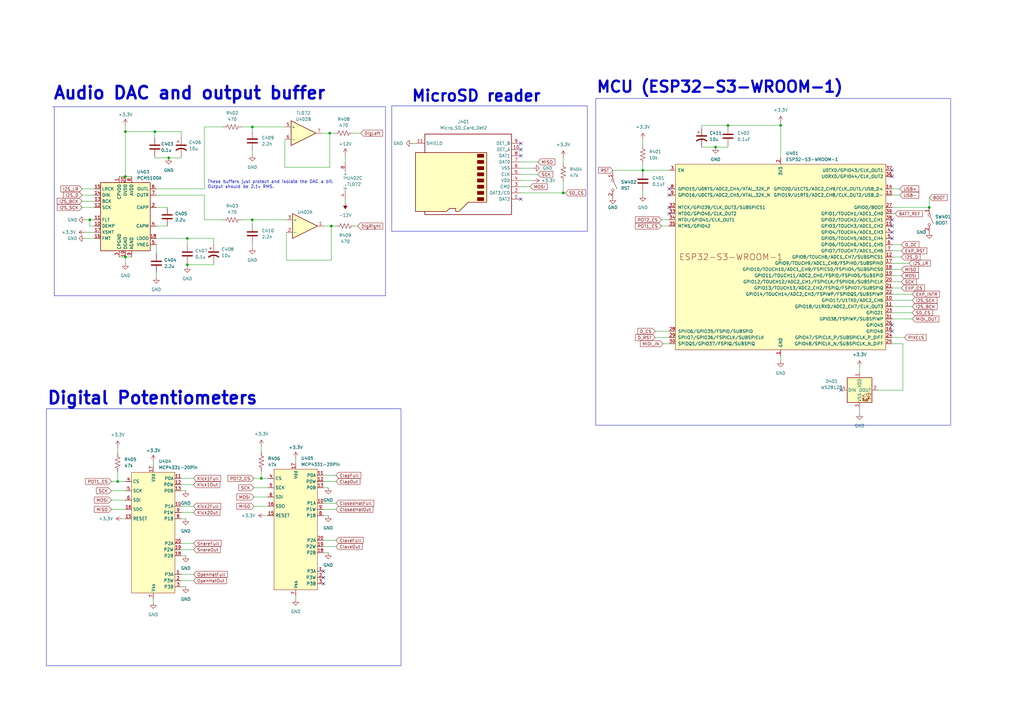
<source format=kicad_sch>
(kicad_sch (version 20230121) (generator eeschema)
  (paper "A3")
  (title_block (title "MCU, Audio DAC, and digital pots") (rev "1"))
  (junction (at 76.835 108.585))
  (junction (at 135.255 54.61))
  (junction (at 51.435 105.41))
  (junction (at 298.577 51.435))
  (junction (at 51.435 72.39))
  (junction (at 263.652 69.85))
  (junction (at 320.167 51.435))
  (junction (at 69.215 64.77))
  (junction (at 36.83 90.17))
  (junction (at 103.505 52.07))
  (junction (at 51.435 53.975))
  (junction (at 107.188 196.215))
  (junction (at 48.26 197.485))
  (junction (at 135.89 92.71))
  (junction (at 381.127 85.09))
  (junction (at 231.013 79.121))
  (junction (at 103.505 90.17))
  (junction (at 63.5 53.975))
  (junction (at 76.835 97.79))
  (junction (at 293.497 60.325))
  (no_connect (at 213.614 81.661))
  (no_connect (at 132.715 236.855))
  (no_connect (at 274.447 85.09))
  (no_connect (at 365.887 92.71))
  (no_connect (at 365.887 97.79))
  (no_connect (at 365.887 90.17))
  (no_connect (at 365.887 135.89))
  (no_connect (at 274.447 80.01))
  (no_connect (at 132.715 234.315))
  (no_connect (at 365.887 69.85))
  (no_connect (at 365.887 72.39))
  (no_connect (at 213.614 58.801))
  (no_connect (at 365.887 95.25))
  (no_connect (at 365.887 133.35))
  (no_connect (at 274.447 77.47))
  (no_connect (at 213.614 61.341))
  (no_connect (at 274.447 87.63))
  (no_connect (at 132.715 239.395))
  (no_connect (at 344.932 160.02))
  (no_connect (at 213.614 63.881))
  (wire (pts (xy 213.614 66.421) (xy 220.599 66.421)))
  (wire (pts (xy 76.835 107.95) (xy 76.835 108.585)))
  (wire (pts (xy 64.135 111.76) (xy 64.135 113.665)))
  (wire (pts (xy 69.215 64.77) (xy 63.5 64.77)))
  (polyline (pts (xy 158.115 121.285) (xy 158.115 43.815)) (stroke (width 0) (type solid)))
  (wire (pts (xy 83.82 52.07) (xy 91.44 52.07)))
  (wire (pts (xy 104.14 200.025) (xy 109.855 200.025)))
  (wire (pts (xy 76.835 97.79) (xy 87.63 97.79)))
  (wire (pts (xy 45.72 208.915) (xy 51.435 208.915)))
  (wire (pts (xy 365.887 77.47) (xy 369.062 77.47)))
  (wire (pts (xy 107.188 196.215) (xy 109.855 196.215)))
  (wire (pts (xy 45.72 197.485) (xy 48.26 197.485)))
  (wire (pts (xy 135.255 54.61) (xy 137.16 54.61)))
  (wire (pts (xy 74.295 64.135) (xy 74.295 64.77)))
  (wire (pts (xy 231.013 79.121) (xy 231.902 79.121)))
  (wire (pts (xy 365.887 102.87) (xy 369.697 102.87)))
  (wire (pts (xy 298.577 51.435) (xy 320.167 51.435)))
  (wire (pts (xy 33.655 77.47) (xy 38.735 77.47)))
  (wire (pts (xy 34.925 95.25) (xy 38.735 95.25)))
  (wire (pts (xy 132.715 200.025) (xy 134.62 200.025)))
  (wire (pts (xy 36.83 90.17) (xy 38.735 90.17)))
  (wire (pts (xy 74.295 210.185) (xy 79.375 210.185)))
  (wire (pts (xy 108.585 211.455) (xy 109.855 211.455)))
  (wire (pts (xy 33.655 82.55) (xy 38.735 82.55)))
  (wire (pts (xy 48.26 193.548) (xy 48.26 197.485)))
  (wire (pts (xy 287.782 52.705) (xy 287.782 51.435)))
  (wire (pts (xy 132.715 206.375) (xy 137.795 206.375)))
  (wire (pts (xy 103.505 61.595) (xy 103.505 63.5)))
  (wire (pts (xy 132.715 194.945) (xy 137.795 194.945)))
  (wire (pts (xy 251.333 70.866) (xy 251.333 69.85)))
  (wire (pts (xy 34.925 90.17) (xy 36.83 90.17)))
  (wire (pts (xy 76.835 97.79) (xy 76.835 100.33)))
  (wire (pts (xy 320.167 51.435) (xy 320.167 64.77)))
  (wire (pts (xy 74.295 64.77) (xy 69.215 64.77)))
  (wire (pts (xy 62.865 189.23) (xy 62.865 191.135)))
  (wire (pts (xy 365.887 107.95) (xy 372.872 107.95)))
  (wire (pts (xy 74.295 222.885) (xy 79.375 222.885)))
  (wire (pts (xy 64.135 97.79) (xy 76.835 97.79)))
  (wire (pts (xy 135.89 92.71) (xy 132.715 92.71)))
  (wire (pts (xy 121.285 187.96) (xy 121.285 189.865)))
  (wire (pts (xy 83.82 80.01) (xy 83.82 90.17)))
  (wire (pts (xy 213.614 74.041) (xy 218.694 74.041)))
  (wire (pts (xy 51.435 72.39) (xy 53.975 72.39)))
  (wire (pts (xy 365.887 138.43) (xy 370.967 138.43)))
  (wire (pts (xy 116.84 57.15) (xy 116.84 68.58)))
  (wire (pts (xy 370.332 140.97) (xy 365.887 140.97)))
  (wire (pts (xy 103.505 52.07) (xy 116.84 52.07)))
  (wire (pts (xy 365.887 118.11) (xy 369.697 118.11)))
  (wire (pts (xy 74.295 227.965) (xy 76.2 227.965)))
  (wire (pts (xy 117.475 95.25) (xy 117.475 106.68)))
  (wire (pts (xy 83.82 77.47) (xy 64.135 77.47)))
  (wire (pts (xy 213.614 76.581) (xy 217.424 76.581)))
  (wire (pts (xy 45.72 201.295) (xy 51.435 201.295)))
  (wire (pts (xy 74.295 198.755) (xy 79.375 198.755)))
  (wire (pts (xy 365.887 105.41) (xy 369.697 105.41)))
  (wire (pts (xy 213.614 68.961) (xy 218.694 68.961)))
  (wire (pts (xy 370.332 160.02) (xy 370.332 140.97)))
  (wire (pts (xy 263.652 67.31) (xy 263.652 69.85)))
  (wire (pts (xy 251.333 69.85) (xy 263.652 69.85)))
  (wire (pts (xy 263.652 57.15) (xy 263.652 59.69)))
  (wire (pts (xy 141.605 63.5) (xy 141.605 66.675)))
  (wire (pts (xy 34.925 97.79) (xy 38.735 97.79)))
  (wire (pts (xy 76.835 108.585) (xy 76.835 109.22)))
  (wire (pts (xy 74.295 212.725) (xy 76.2 212.725)))
  (wire (pts (xy 145.415 92.71) (xy 146.685 92.71)))
  (wire (pts (xy 213.614 79.121) (xy 231.013 79.121)))
  (wire (pts (xy 50.165 212.725) (xy 51.435 212.725)))
  (wire (pts (xy 365.887 130.81) (xy 374.142 130.81)))
  (wire (pts (xy 63.5 64.135) (xy 63.5 64.77)))
  (wire (pts (xy 263.652 69.85) (xy 263.652 70.485)))
  (polyline (pts (xy 21.59 43.815) (xy 158.115 43.815)) (stroke (width 0) (type solid)))
  (wire (pts (xy 51.435 105.41) (xy 53.975 105.41)))
  (wire (pts (xy 51.435 51.435) (xy 51.435 53.975)))
  (wire (pts (xy 104.14 203.835) (xy 109.855 203.835)))
  (wire (pts (xy 83.82 90.17) (xy 91.44 90.17)))
  (wire (pts (xy 365.887 87.63) (xy 367.157 87.63)))
  (wire (pts (xy 263.652 78.105) (xy 263.652 80.01)))
  (wire (pts (xy 352.552 150.495) (xy 352.552 152.4)))
  (wire (pts (xy 64.135 100.33) (xy 64.135 104.14)))
  (wire (pts (xy 117.475 106.68) (xy 135.89 106.68)))
  (wire (pts (xy 271.272 92.71) (xy 274.447 92.71)))
  (wire (pts (xy 360.172 160.02) (xy 370.332 160.02)))
  (wire (pts (xy 132.715 224.155) (xy 137.795 224.155)))
  (wire (pts (xy 144.78 54.61) (xy 147.955 54.61)))
  (wire (pts (xy 135.255 68.58) (xy 135.255 54.61)))
  (wire (pts (xy 51.435 53.975) (xy 51.435 72.39)))
  (wire (pts (xy 365.887 100.33) (xy 369.697 100.33)))
  (wire (pts (xy 365.887 113.03) (xy 369.697 113.03)))
  (wire (pts (xy 74.295 238.125) (xy 79.375 238.125)))
  (wire (pts (xy 103.505 99.695) (xy 103.505 101.6)))
  (wire (pts (xy 213.614 71.501) (xy 220.599 71.501)))
  (wire (pts (xy 298.577 59.69) (xy 298.577 60.325)))
  (wire (pts (xy 135.255 54.61) (xy 132.08 54.61)))
  (wire (pts (xy 48.895 72.39) (xy 51.435 72.39)))
  (wire (pts (xy 320.167 146.05) (xy 320.167 147.955)))
  (wire (pts (xy 62.865 245.745) (xy 62.865 247.015)))
  (wire (pts (xy 271.272 90.17) (xy 274.447 90.17)))
  (wire (pts (xy 87.63 107.95) (xy 87.63 108.585)))
  (wire (pts (xy 263.652 69.85) (xy 274.447 69.85)))
  (wire (pts (xy 132.715 197.485) (xy 137.795 197.485)))
  (wire (pts (xy 132.715 208.915) (xy 137.795 208.915)))
  (wire (pts (xy 298.577 51.435) (xy 298.577 52.07)))
  (wire (pts (xy 169.164 58.801) (xy 170.434 58.801)))
  (wire (pts (xy 74.295 207.645) (xy 79.375 207.645)))
  (wire (pts (xy 51.435 53.975) (xy 63.5 53.975)))
  (wire (pts (xy 87.63 108.585) (xy 76.835 108.585)))
  (wire (pts (xy 74.295 53.975) (xy 74.295 56.515)))
  (wire (pts (xy 365.887 115.57) (xy 369.697 115.57)))
  (wire (pts (xy 99.06 52.07) (xy 103.505 52.07)))
  (wire (pts (xy 287.782 51.435) (xy 298.577 51.435)))
  (wire (pts (xy 104.14 196.215) (xy 107.188 196.215)))
  (wire (pts (xy 83.82 77.47) (xy 83.82 52.07)))
  (wire (pts (xy 33.655 80.01) (xy 38.735 80.01)))
  (wire (pts (xy 132.715 226.695) (xy 134.62 226.695)))
  (wire (pts (xy 103.505 52.07) (xy 103.505 53.975)))
  (wire (pts (xy 365.887 85.09) (xy 381.127 85.09)))
  (wire (pts (xy 121.285 244.475) (xy 121.285 245.745)))
  (wire (pts (xy 63.5 53.975) (xy 74.295 53.975)))
  (wire (pts (xy 87.63 97.79) (xy 87.63 100.33)))
  (polyline (pts (xy 22.225 121.285) (xy 158.115 121.285)) (stroke (width 0) (type solid)))
  (wire (pts (xy 48.26 197.485) (xy 51.435 197.485)))
  (wire (pts (xy 64.135 80.01) (xy 83.82 80.01)))
  (wire (pts (xy 103.505 90.17) (xy 103.505 92.075)))
  (wire (pts (xy 365.887 128.27) (xy 374.142 128.27)))
  (wire (pts (xy 135.89 92.71) (xy 137.795 92.71)))
  (wire (pts (xy 293.497 60.325) (xy 298.577 60.325)))
  (wire (pts (xy 51.435 105.41) (xy 51.435 107.95)))
  (wire (pts (xy 74.295 201.295) (xy 76.2 201.295)))
  (wire (pts (xy 103.505 90.17) (xy 117.475 90.17)))
  (wire (pts (xy 74.295 225.425) (xy 79.375 225.425)))
  (wire (pts (xy 132.715 211.455) (xy 134.62 211.455)))
  (wire (pts (xy 365.887 120.65) (xy 374.142 120.65)))
  (wire (pts (xy 63.5 53.975) (xy 63.5 56.515)))
  (wire (pts (xy 74.295 235.585) (xy 79.375 235.585)))
  (wire (pts (xy 132.715 221.615) (xy 137.795 221.615)))
  (wire (pts (xy 231.013 74.549) (xy 231.013 79.121)))
  (wire (pts (xy 135.89 106.68) (xy 135.89 92.71)))
  (wire (pts (xy 104.14 207.645) (xy 109.855 207.645)))
  (wire (pts (xy 107.188 193.167) (xy 107.188 196.215)))
  (wire (pts (xy 287.782 60.325) (xy 293.497 60.325)))
  (wire (pts (xy 381.127 81.026) (xy 381.127 85.09)))
  (wire (pts (xy 64.135 92.71) (xy 68.58 92.71)))
  (wire (pts (xy 231.013 64.389) (xy 231.013 66.929)))
  (wire (pts (xy 365.887 110.49) (xy 369.697 110.49)))
  (wire (pts (xy 64.135 85.09) (xy 68.58 85.09)))
  (wire (pts (xy 320.167 50.165) (xy 320.167 51.435)))
  (wire (pts (xy 365.887 125.73) (xy 374.142 125.73)))
  (wire (pts (xy 74.295 196.215) (xy 79.375 196.215)))
  (wire (pts (xy 48.895 105.41) (xy 51.435 105.41)))
  (wire (pts (xy 352.552 167.64) (xy 352.552 169.545)))
  (wire (pts (xy 116.84 68.58) (xy 135.255 68.58)))
  (wire (pts (xy 48.26 183.388) (xy 48.26 185.928)))
  (wire (pts (xy 141.605 81.915) (xy 141.605 83.185)))
  (polyline (pts (xy 22.225 43.815) (xy 22.225 121.285)) (stroke (width 0) (type solid)))
  (wire (pts (xy 99.06 90.17) (xy 103.505 90.17)))
  (wire (pts (xy 74.295 240.665) (xy 76.2 240.665)))
  (wire (pts (xy 365.887 123.19) (xy 374.142 123.19)))
  (wire (pts (xy 45.72 205.105) (xy 51.435 205.105)))
  (wire (pts (xy 268.732 135.89) (xy 274.447 135.89)))
  (wire (pts (xy 365.887 80.01) (xy 369.062 80.01)))
  (wire (pts (xy 33.655 85.09) (xy 38.735 85.09)))
  (wire (pts (xy 107.188 183.007) (xy 107.188 185.547)))
  (wire (pts (xy 38.735 92.71) (xy 36.83 92.71)))
  (wire (pts (xy 268.732 138.43) (xy 274.447 138.43)))
  (wire (pts (xy 36.83 92.71) (xy 36.83 90.17)))
  (wire (pts (xy 271.907 140.97) (xy 274.447 140.97)))
  (rectangle (start 160.655 43.434) (end 240.919 94.869))
  (rectangle (start 19.05 167.64) (end 164.465 273.05))
  (rectangle (start 244.348 40.386) (end 389.89 174.371))
  (text "These buffers just protect and isolate the DAC a bit.\nOutput should be 2.1v RMS." (at 85.09 77.47 0) (effects (font (size 1.27 1.27)) (justify left bottom)))
  (text "MCU (ESP32-S3-WROOM-1)" (at 244.348 38.481 0) (effects (font (size 4.572 4.572) (thickness 0.9144) bold) (justify left bottom)))
  (text "MicroSD reader" (at 168.529 42.164 0) (effects (font (size 4.572 4.572) (thickness 0.9144) bold) (justify left bottom)))
  (text "Digital Potentiometers" (at 19.05 166.37 0) (effects (font (size 5.08 5.08) (thickness 1.016) bold) (justify left bottom)))
  (text "Audio DAC and output buffer" (at 21.59 41.275 0) (effects (font (size 5.08 5.08) (thickness 1.016) bold) (justify left bottom)))
  (global_label "EXP_CS" (shape input) (at 369.697 118.11 0) (property "Intersheetrefs" "${INTERSHEET_REFS}" (effects hide)))
  (global_label "ClaveOut" (shape input) (at 137.795 224.155 0) (property "Intersheetrefs" "${INTERSHEET_REFS}" (effects hide)))
  (global_label "ClapFull" (shape input) (at 137.795 194.945 0) (property "Intersheetrefs" "${INTERSHEET_REFS}" (effects hide)))
  (global_label "POT1_CS" (shape input) (at 45.72 197.485 180) (property "Intersheetrefs" "${INTERSHEET_REFS}" (effects hide)))
  (global_label "MOSI" (shape input) (at 45.72 205.105 180) (property "Intersheetrefs" "${INTERSHEET_REFS}" (effects hide)))
  (global_label "D_CS" (shape input) (at 268.732 135.89 180) (property "Intersheetrefs" "${INTERSHEET_REFS}" (effects hide)))
  (global_label "I2S_D" (shape input) (at 33.655 80.01 180) (property "Intersheetrefs" "${INTERSHEET_REFS}" (effects hide)))
  (global_label "MISO" (shape input) (at 369.697 110.49 0) (property "Intersheetrefs" "${INTERSHEET_REFS}" (effects hide)))
  (global_label "SCK" (shape input) (at 104.14 200.025 180) (property "Intersheetrefs" "${INTERSHEET_REFS}" (effects hide)))
  (global_label "I2S_SCK" (shape input) (at 33.655 85.09 180) (property "Intersheetrefs" "${INTERSHEET_REFS}" (effects hide)))
  (global_label "D_RST" (shape input) (at 268.732 138.43 180) (property "Intersheetrefs" "${INTERSHEET_REFS}" (effects hide)))
  (global_label "D_DC" (shape input) (at 369.697 100.33 0) (property "Intersheetrefs" "${INTERSHEET_REFS}" (effects hide)))
  (global_label "ClosedHatOut" (shape input) (at 137.795 208.915 0) (property "Intersheetrefs" "${INTERSHEET_REFS}" (effects hide)))
  (global_label "I2S_SCK" (shape input) (at 374.142 123.19 0) (property "Intersheetrefs" "${INTERSHEET_REFS}" (effects hide)))
  (global_label "I2S_LR" (shape input) (at 372.872 107.95 0) (property "Intersheetrefs" "${INTERSHEET_REFS}" (effects hide)))
  (global_label "BATT_REF" (shape input) (at 367.157 87.63 0) (property "Intersheetrefs" "${INTERSHEET_REFS}" (effects hide)))
  (global_label "MOSI" (shape input) (at 217.424 76.581 0) (property "Intersheetrefs" "${INTERSHEET_REFS}" (effects hide)))
  (global_label "OpenHatFull" (shape input) (at 79.375 235.585 0) (property "Intersheetrefs" "${INTERSHEET_REFS}" (effects hide)))
  (global_label "OpenHatOut" (shape input) (at 79.375 238.125 0) (property "Intersheetrefs" "${INTERSHEET_REFS}" (effects hide)))
  (global_label "USB-" (shape input) (at 369.062 80.01 0) (property "Intersheetrefs" "${INTERSHEET_REFS}" (effects hide)))
  (global_label "DigRight" (shape input) (at 146.685 92.71 0) (property "Intersheetrefs" "${INTERSHEET_REFS}" (effects hide)))
  (global_label "MISO" (shape input) (at 45.72 208.915 180) (property "Intersheetrefs" "${INTERSHEET_REFS}" (effects hide)))
  (global_label "I2S_BCK" (shape input) (at 374.142 125.73 0) (property "Intersheetrefs" "${INTERSHEET_REFS}" (effects hide)))
  (global_label "USB+" (shape input) (at 369.062 77.47 0) (property "Intersheetrefs" "${INTERSHEET_REFS}" (effects hide)))
  (global_label "Kick2Out" (shape input) (at 79.375 210.185 0) (property "Intersheetrefs" "${INTERSHEET_REFS}" (effects hide)))
  (global_label "Kick1Out" (shape input) (at 79.375 198.755 0) (property "Intersheetrefs" "${INTERSHEET_REFS}" (effects hide)))
  (global_label "PIXELS" (shape input) (at 370.967 138.43 0) (property "Intersheetrefs" "${INTERSHEET_REFS}" (effects hide)))
  (global_label "POT2_CS" (shape input) (at 271.272 90.17 180) (property "Intersheetrefs" "${INTERSHEET_REFS}" (effects hide)))
  (global_label "SD_CS" (shape input) (at 374.142 128.27 0) (property "Intersheetrefs" "${INTERSHEET_REFS}" (effects hide)))
  (global_label "SD_CS" (shape input) (at 231.902 79.121 0) (property "Intersheetrefs" "${INTERSHEET_REFS}" (effects hide)))
  (global_label "ClosedHatFull" (shape input) (at 137.795 206.375 0) (property "Intersheetrefs" "${INTERSHEET_REFS}" (effects hide)))
  (global_label "ClapOut" (shape input) (at 137.795 197.485 0) (property "Intersheetrefs" "${INTERSHEET_REFS}" (effects hide)))
  (global_label "I2S_D" (shape input) (at 369.697 105.41 0) (property "Intersheetrefs" "${INTERSHEET_REFS}" (effects hide)))
  (global_label "MOSI" (shape input) (at 104.14 203.835 180) (property "Intersheetrefs" "${INTERSHEET_REFS}" (effects hide)))
  (global_label "MISO" (shape input) (at 104.14 207.645 180) (property "Intersheetrefs" "${INTERSHEET_REFS}" (effects hide)))
  (global_label "DigLeft" (shape input) (at 147.955 54.61 0) (property "Intersheetrefs" "${INTERSHEET_REFS}" (effects hide)))
  (global_label "I2S_LR" (shape input) (at 33.655 77.47 180) (property "Intersheetrefs" "${INTERSHEET_REFS}" (effects hide)))
  (global_label "MIDI_IN" (shape input) (at 271.907 140.97 180) (property "Intersheetrefs" "${INTERSHEET_REFS}" (effects hide)))
  (global_label "RST" (shape input) (at 251.333 69.85 180) (property "Intersheetrefs" "${INTERSHEET_REFS}" (effects hide)))
  (global_label "Kick1Full" (shape input) (at 79.375 196.215 0) (property "Intersheetrefs" "${INTERSHEET_REFS}" (effects hide)))
  (global_label "EXP_RST" (shape input) (at 369.697 102.87 0) (property "Intersheetrefs" "${INTERSHEET_REFS}" (effects hide)))
  (global_label "SCK" (shape input) (at 369.697 115.57 0) (property "Intersheetrefs" "${INTERSHEET_REFS}" (effects hide)))
  (global_label "MISO" (shape input) (at 220.599 66.421 0) (property "Intersheetrefs" "${INTERSHEET_REFS}" (effects hide)))
  (global_label "SnareOut" (shape input) (at 79.375 225.425 0) (property "Intersheetrefs" "${INTERSHEET_REFS}" (effects hide)))
  (global_label "POT1_CS" (shape input) (at 271.272 92.71 180) (property "Intersheetrefs" "${INTERSHEET_REFS}" (effects hide)))
  (global_label "POT2_CS" (shape input) (at 104.14 196.215 180) (property "Intersheetrefs" "${INTERSHEET_REFS}" (effects hide)))
  (global_label "EXP_INTR" (shape input) (at 374.142 120.65 0) (property "Intersheetrefs" "${INTERSHEET_REFS}" (effects hide)))
  (global_label "SnareFull" (shape input) (at 79.375 222.885 0) (property "Intersheetrefs" "${INTERSHEET_REFS}" (effects hide)))
  (global_label "MIDI_OUT" (shape input) (at 374.142 130.81 0) (property "Intersheetrefs" "${INTERSHEET_REFS}" (effects hide)))
  (global_label "I2S_BCK" (shape input) (at 33.655 82.55 180) (property "Intersheetrefs" "${INTERSHEET_REFS}" (effects hide)))
  (global_label "ClaveFull" (shape input) (at 137.795 221.615 0) (property "Intersheetrefs" "${INTERSHEET_REFS}" (effects hide)))
  (global_label "SCK" (shape input) (at 220.599 71.501 0) (property "Intersheetrefs" "${INTERSHEET_REFS}" (effects hide)))
  (global_label "SCK" (shape input) (at 45.72 201.295 180) (property "Intersheetrefs" "${INTERSHEET_REFS}" (effects hide)))
  (global_label "Kick2Full" (shape input) (at 79.375 207.645 0) (property "Intersheetrefs" "${INTERSHEET_REFS}" (effects hide)))
  (global_label "MOSI" (shape input) (at 369.697 113.03 0) (property "Intersheetrefs" "${INTERSHEET_REFS}" (effects hide)))
  (global_label "BOOT" (shape input) (at 381.127 81.026 0) (property "Intersheetrefs" "${INTERSHEET_REFS}" (effects hide)))
  (symbol (lib_id "Device:C") (at 298.577 55.88 0) (unit 1)
    (property "Reference" "C402" (at 302.387 54.61 0) (effects (justify left)))
    (property "Value" "0.1uF" (at 302.387 57.15 0) (effects (justify left)))
    (property "Footprint" "Capacitor_SMD:C_0805_2012Metric" (effects hide))
    (instances (project "ESP808_mk3" (path "" (reference "C402") (unit 1))) (project "Quadriscope" (path "" (reference "C118") (unit 1))))
  )
  (symbol (lib_id "power:GND") (at 134.62 200.025 0) (unit 1)
    (property "Reference" "#PWR0436" (effects hide))
    (property "Value" "GND" (at 134.62 205.105 0))
    (instances (project "ESP808_mk3" (path "" (reference "#PWR0436") (unit 1))) (project "DualDigitalVCO" (path "" (reference "#PWR0116") (unit 1)) (path "" (reference "#PWR0319") (unit 1))))
  )
  (symbol (lib_id "Device:R_US") (at 141.605 92.71 90) (unit 1)
    (property "Reference" "R409" (at 141.605 96.52 90))
    (property "Value" "470" (at 141.605 99.06 90))
    (property "Footprint" "PCM_Resistor_SMD_AKL:R_0805_2012Metric" (effects hide))
    (instances (project "ESP808_mk3" (path "" (reference "R409") (unit 1))) (project "DualDigitalVCO" (path "" (reference "R113") (unit 1)) (path "" (reference "R318") (unit 1))))
  )
  (symbol (lib_id "power:GND") (at 76.835 109.22 0) (unit 1)
    (property "Reference" "#PWR0421" (effects hide))
    (property "Value" "GND" (at 76.835 114.3 0))
    (instances (project "ESP808_mk3" (path "" (reference "#PWR0421") (unit 1))) (project "DualDigitalVCO" (path "" (reference "#PWR0117") (unit 1)) (path "" (reference "#PWR0322") (unit 1))))
  )
  (symbol (lib_id "Device:C") (at 76.835 104.14 0) (unit 1)
    (property "Reference" "C407" (at 80.01 102.87 0) (effects (justify left)))
    (property "Value" "0.1u" (at 80.01 105.41 0) (effects (justify left)))
    (property "Footprint" "Capacitor_SMD:C_0805_2012Metric" (effects hide))
    (instances (project "ESP808_mk3" (path "" (reference "C407") (unit 1))) (project "DualDigitalVCO" (path "" (reference "C103") (unit 1)) (path "" (reference "C309") (unit 1))))
  )
  (symbol (lib_id "power:GND") (at 320.167 147.955 0) (unit 1)
    (property "Reference" "#PWR0405" (effects hide))
    (property "Value" "GND" (at 320.167 153.035 0))
    (instances (project "ESP808_mk3" (path "" (reference "#PWR0405") (unit 1))) (project "Quadriscope" (path "" (reference "#PWR0109") (unit 1))))
  )
  (symbol (lib_id "power:GND") (at 69.215 64.77 0) (unit 1)
    (property "Reference" "#PWR0420" (effects hide))
    (property "Value" "GND" (at 69.215 69.85 0))
    (instances (project "ESP808_mk3" (path "" (reference "#PWR0420") (unit 1))) (project "DualDigitalVCO" (path "" (reference "#PWR0118") (unit 1)) (path "" (reference "#PWR0307") (unit 1))))
  )
  (symbol (lib_id "power:+3.3V") (at 34.925 95.25 90) (unit 1)
    (property "Reference" "#PWR0415" (effects hide))
    (property "Value" "+3.3V" (at 31.115 95.25 90) (effects (justify left)))
    (instances (project "ESP808_mk3" (path "" (reference "#PWR0415") (unit 1))) (project "DualDigitalVCO" (path "" (reference "#PWR0112") (unit 1)) (path "" (reference "#PWR0309") (unit 1))))
  )
  (symbol (lib_id "power:GND") (at 51.435 107.95 0) (unit 1)
    (property "Reference" "#PWR0418" (effects hide))
    (property "Value" "GND" (at 51.435 113.03 0))
    (instances (project "ESP808_mk3" (path "" (reference "#PWR0418") (unit 1))) (project "DualDigitalVCO" (path "" (reference "#PWR0115") (unit 1)) (path "" (reference "#PWR0318") (unit 1))))
  )
  (symbol (lib_id "power:+3.3V") (at 320.167 50.165 0) (unit 1)
    (property "Reference" "#PWR0404" (effects hide))
    (property "Value" "+3.3V" (at 320.167 45.085 0))
    (instances (project "ESP808_mk3" (path "" (reference "#PWR0404") (unit 1))) (project "Quadriscope" (path "" (reference "#PWR0160") (unit 1))))
  )
  (symbol (lib_id "power:GND") (at 76.2 240.665 0) (unit 1)
    (property "Reference" "#PWR0432" (effects hide))
    (property "Value" "GND" (at 76.2 245.745 0))
    (instances (project "ESP808_mk3" (path "" (reference "#PWR0432") (unit 1))) (project "DualDigitalVCO" (path "" (reference "#PWR0116") (unit 1)) (path "" (reference "#PWR0319") (unit 1))))
  )
  (symbol (lib_id "Device:R_US") (at 107.188 189.357 0) (unit 1)
    (property "Reference" "R406" (at 109.855 188.087 0) (effects (justify left)))
    (property "Value" "47k" (at 109.855 190.627 0) (effects (justify left)))
    (property "Footprint" "PCM_Resistor_SMD_AKL:R_0805_2012Metric" (effects hide))
    (instances (project "ESP808_mk3" (path "" (reference "R406") (unit 1))) (project "Quadriscope" (path "" (reference "R123") (unit 1))))
  )
  (symbol (lib_id "Device:C") (at 63.5 60.325 0) (unit 1)
    (property "Reference" "C403" (at 66.04 59.055 0) (effects (justify left)))
    (property "Value" "0.1u" (at 66.04 61.595 0) (effects (justify left)))
    (property "Footprint" "Capacitor_SMD:C_0805_2012Metric" (effects hide))
    (instances (project "ESP808_mk3" (path "" (reference "C403") (unit 1))) (project "DualDigitalVCO" (path "" (reference "C105") (unit 1)) (path "" (reference "C304") (unit 1))))
  )
  (symbol (lib_id "power:GND") (at 251.333 81.026 0) (unit 1)
    (property "Reference" "#PWR0424" (effects hide))
    (property "Value" "GND" (at 251.333 85.09 0))
    (instances (project "ESP808_mk3" (path "" (reference "#PWR0424") (unit 1))) (project "Quadriscope" (path "" (reference "#PWR0163") (unit 1))))
  )
  (symbol (lib_id "Device:C") (at 68.58 88.9 0) (unit 1)
    (property "Reference" "C405" (at 71.755 87.63 0) (effects (justify left)))
    (property "Value" "2.2u" (at 71.755 90.17 0) (effects (justify left)))
    (property "Footprint" "Capacitor_SMD:C_0805_2012Metric" (effects hide))
    (instances (project "ESP808_mk3" (path "" (reference "C405") (unit 1))) (project "DualDigitalVCO" (path "" (reference "C102") (unit 1)) (path "" (reference "C308") (unit 1))))
  )
  (symbol (lib_id "Device:C") (at 64.135 107.95 0) (unit 1)
    (property "Reference" "C404" (at 67.31 106.68 0) (effects (justify left)))
    (property "Value" "2.2u" (at 67.31 109.22 0) (effects (justify left)))
    (property "Footprint" "Capacitor_SMD:C_0805_2012Metric" (effects hide))
    (instances (project "ESP808_mk3" (path "" (reference "C404") (unit 1))) (project "DualDigitalVCO" (path "" (reference "C101") (unit 1)) (path "" (reference "C307") (unit 1))))
  )
  (symbol (lib_id "power:GND") (at 352.552 169.545 0) (unit 1)
    (property "Reference" "#PWR0407" (effects hide))
    (property "Value" "GND" (at 352.552 174.625 0))
    (instances (project "ESP808_mk3" (path "" (reference "#PWR0407") (unit 1))) (project "Quadriscope" (path "" (reference "#PWR0167") (unit 1))))
  )
  (symbol (lib_id "power:+3.3V") (at 108.585 211.455 90) (unit 1)
    (property "Reference" "#PWR0433" (effects hide))
    (property "Value" "+3.3V" (at 104.775 211.455 90) (effects (justify left)))
    (instances (project "ESP808_mk3" (path "" (reference "#PWR0433") (unit 1))) (project "DualDigitalVCO" (path "" (reference "#PWR0111") (unit 1)) (path "" (reference "#PWR0317") (unit 1))))
  )
  (symbol (lib_id "Switch:SW_SPST") (at 381.127 90.17 270) (unit 1)
    (property "Reference" "SW401" (at 383.54 88.9 90) (effects (justify left)))
    (property "Value" "BOOT" (at 383.54 91.44 90) (effects (justify left)))
    (property "Footprint" "Button_Switch_SMD:SW_SPST_B3U-1000P" (effects hide))
    (instances (project "ESP808_mk3" (path "" (reference "SW401") (unit 1))) (project "Quadriscope" (path "" (reference "SW107") (unit 1))))
  )
  (symbol (lib_id "power:+3.3V") (at 62.865 189.23 0) (unit 1)
    (property "Reference" "#PWR0426" (effects hide))
    (property "Value" "+3.3V" (at 62.865 184.785 0))
    (instances (project "ESP808_mk3" (path "" (reference "#PWR0426") (unit 1))) (project "DualDigitalVCO" (path "" (reference "#PWR0111") (unit 1)) (path "" (reference "#PWR0317") (unit 1))))
  )
  (symbol (lib_id "power:+3.3V") (at 263.652 57.15 0) (unit 1)
    (property "Reference" "#PWR0401" (effects hide))
    (property "Value" "+3.3V" (at 263.652 52.07 0))
    (instances (project "ESP808_mk3" (path "" (reference "#PWR0401") (unit 1))) (project "Quadriscope" (path "" (reference "#PWR0164") (unit 1))))
  )
  (symbol (lib_id "power:GND") (at 76.2 227.965 0) (unit 1)
    (property "Reference" "#PWR0431" (effects hide))
    (property "Value" "GND" (at 76.2 233.045 0))
    (instances (project "ESP808_mk3" (path "" (reference "#PWR0431") (unit 1))) (project "DualDigitalVCO" (path "" (reference "#PWR0116") (unit 1)) (path "" (reference "#PWR0319") (unit 1))))
  )
  (symbol (lib_id "Amplifier_Operational:TL072") (at 139.065 74.295 0) (mirror y) (unit 3)
    (property "Reference" "U402" (at 142.24 73.025 0) (effects (justify right)))
    (property "Value" "TL072" (at 142.24 75.565 0) (effects (justify right)))
    (property "Footprint" "Package_SO:SOIC-8_3.9x4.9mm_P1.27mm" (effects hide))
    (property "Datasheet" "http://www.ti.com/lit/ds/symlink/tl071.pdf" (effects hide))
    (instances (project "ESP808_mk3" (path "" (reference "U402") (unit 3))) (project "DualDigitalVCO" (path "" (reference "U103") (unit 3)) (path "" (reference "U301") (unit 3))))
  )
  (symbol (lib_id "power:GND") (at 34.925 97.79 270) (unit 1)
    (property "Reference" "#PWR0416" (effects hide))
    (property "Value" "GND" (at 31.75 97.79 90) (effects (justify right)))
    (instances (project "ESP808_mk3" (path "" (reference "#PWR0416") (unit 1))) (project "DualDigitalVCO" (path "" (reference "#PWR0113") (unit 1)) (path "" (reference "#PWR0310") (unit 1))))
  )
  (symbol (lib_id "power:GND") (at 263.652 80.01 0) (unit 1)
    (property "Reference" "#PWR0402" (effects hide))
    (property "Value" "GND" (at 263.652 85.09 0))
    (instances (project "ESP808_mk3" (path "" (reference "#PWR0402") (unit 1))) (project "Quadriscope" (path "" (reference "#PWR0163") (unit 1))))
  )
  (symbol (lib_id "PCM_Espressif:ESP32-S3-WROOM-1") (at 320.167 105.41 0) (unit 1)
    (property "Reference" "U401" (at 322.3611 62.865 0) (effects (justify left)))
    (property "Value" "ESP32-S3-WROOM-1" (at 322.3611 65.405 0) (effects (justify left)))
    (property "Footprint" "Espressif:ESP32-S3-WROOM-1" (effects hide))
    (property "Datasheet" "https://www.espressif.com/sites/default/files/documentation/esp32-s3-wroom-1_wroom-1u_datasheet_en.pdf" (effects hide))
    (instances (project "ESP808_mk3" (path "" (reference "U401") (unit 1))) (project "Quadriscope" (path "" (reference "U101") (unit 1))))
  )
  (symbol (lib_id "power:+3.3V") (at 107.188 183.007 0) (unit 1)
    (property "Reference" "#PWR0440" (effects hide))
    (property "Value" "+3.3V" (at 107.188 177.927 0))
    (instances (project "ESP808_mk3" (path "" (reference "#PWR0440") (unit 1))) (project "Quadriscope" (path "" (reference "#PWR0164") (unit 1))))
  )
  (symbol (lib_id "Device:R_US") (at 231.013 70.739 0) (unit 1)
    (property "Reference" "R404" (at 233.68 69.469 0) (effects (justify left)))
    (property "Value" "47k" (at 233.68 72.009 0) (effects (justify left)))
    (property "Footprint" "PCM_Resistor_SMD_AKL:R_0805_2012Metric" (effects hide))
    (instances (project "ESP808_mk3" (path "" (reference "R404") (unit 1))) (project "Quadriscope" (path "" (reference "R123") (unit 1))))
  )
  (symbol (lib_id "PCM_4ms_Power-symbol:+12V") (at 141.605 63.5 0) (unit 1)
    (property "Reference" "#PWR0412" (effects hide))
    (property "Value" "+12V" (at 141.605 59.055 0))
    (instances (project "ESP808_mk3" (path "" (reference "#PWR0412") (unit 1))) (project "DualDigitalVCO" (path "" (reference "#PWR0119") (unit 1)) (path "" (reference "#PWR0305") (unit 1))))
  )
  (symbol (lib_id "power:GND") (at 134.62 211.455 0) (unit 1)
    (property "Reference" "#PWR0437" (effects hide))
    (property "Value" "GND" (at 134.62 216.535 0))
    (instances (project "ESP808_mk3" (path "" (reference "#PWR0437") (unit 1))) (project "DualDigitalVCO" (path "" (reference "#PWR0116") (unit 1)) (path "" (reference "#PWR0319") (unit 1))))
  )
  (symbol (lib_id "power:GND") (at 381.127 95.25 0) (unit 1)
    (property "Reference" "#PWR0408" (effects hide))
    (property "Value" "GND" (at 377.952 95.25 0))
    (instances (project "ESP808_mk3" (path "" (reference "#PWR0408") (unit 1))) (project "Quadriscope" (path "" (reference "#PWR0163") (unit 1))))
  )
  (symbol (lib_id "power:+3.3V") (at 218.694 74.041 270) (unit 1)
    (property "Reference" "#PWR0411" (effects hide))
    (property "Value" "+3.3V" (at 221.869 74.041 90) (effects (justify left)))
    (instances (project "ESP808_mk3" (path "" (reference "#PWR0411") (unit 1))) (project "Quadriscope" (path "" (reference "#PWR0161") (unit 1))) (project "DualDigitalVCO" (path "" (reference "#PWR0132") (unit 1)) (path "" (reference "#PWR0340") (unit 1))))
  )
  (symbol (lib_id "power:GND") (at 134.62 226.695 0) (unit 1)
    (property "Reference" "#PWR0438" (effects hide))
    (property "Value" "GND" (at 134.62 231.775 0))
    (instances (project "ESP808_mk3" (path "" (reference "#PWR0438") (unit 1))) (project "DualDigitalVCO" (path "" (reference "#PWR0116") (unit 1)) (path "" (reference "#PWR0319") (unit 1))))
  )
  (symbol (lib_id "power:GND") (at 169.164 58.801 270) (unit 1)
    (property "Reference" "#PWR0409" (effects hide))
    (property "Value" "GND" (at 165.354 58.801 90) (effects (justify right)))
    (instances (project "ESP808_mk3" (path "" (reference "#PWR0409") (unit 1))) (project "Quadriscope" (path "" (reference "#PWR0127") (unit 1))) (project "DualDigitalVCO" (path "" (reference "#PWR0128") (unit 1)) (path "" (reference "#PWR0351") (unit 1))))
  )
  (symbol (lib_id "Device:C_Polarized_US") (at 287.782 56.515 0) (unit 1)
    (property "Reference" "C411" (at 290.957 54.61 0) (effects (justify left)))
    (property "Value" "10u" (at 290.957 57.15 0) (effects (justify left)))
    (property "Footprint" "Capacitor_THT:CP_Radial_D4.0mm_P2.00mm" (effects hide))
    (instances (project "ESP808_mk3" (path "" (reference "C411") (unit 1))) (project "DualDigitalVCO" (path "" (reference "C106") (unit 1)) (path "" (reference "C305") (unit 1))))
  )
  (symbol (lib_id "power:+3.3V") (at 51.435 51.435 0) (unit 1)
    (property "Reference" "#PWR0417" (effects hide))
    (property "Value" "+3.3V" (at 51.435 46.99 0))
    (instances (project "ESP808_mk3" (path "" (reference "#PWR0417") (unit 1))) (project "DualDigitalVCO" (path "" (reference "#PWR0111") (unit 1)) (path "" (reference "#PWR0317") (unit 1))))
  )
  (symbol (lib_id "Device:C") (at 263.652 74.295 0) (unit 1)
    (property "Reference" "C401" (at 267.462 73.025 0) (effects (justify left)))
    (property "Value" "0.1uF" (at 267.462 75.565 0) (effects (justify left)))
    (property "Footprint" "Capacitor_SMD:C_0805_2012Metric" (effects hide))
    (instances (project "ESP808_mk3" (path "" (reference "C401") (unit 1))) (project "Quadriscope" (path "" (reference "C119") (unit 1))))
  )
  (symbol (lib_id "Device:C") (at 103.505 57.785 0) (unit 1)
    (property "Reference" "C409" (at 107.315 56.515 0) (effects (justify left)))
    (property "Value" "2.2n" (at 107.315 59.055 0) (effects (justify left)))
    (property "Footprint" "Capacitor_SMD:C_0805_2012Metric" (effects hide))
    (instances (project "ESP808_mk3" (path "" (reference "C409") (unit 1))) (project "DualDigitalVCO" (path "" (reference "C109") (unit 1)) (path "" (reference "C312") (unit 1))))
  )
  (symbol (lib_id "power:-12V") (at 141.605 83.185 180) (unit 1)
    (property "Reference" "#PWR0413" (effects hide))
    (property "Value" "-12V" (at 141.605 88.265 0))
    (instances (project "ESP808_mk3" (path "" (reference "#PWR0413") (unit 1))) (project "DualDigitalVCO" (path "" (reference "#PWR0120") (unit 1)) (path "" (reference "#PWR0306") (unit 1))))
  )
  (symbol (lib_id "power:GND") (at 103.505 63.5 0) (unit 1)
    (property "Reference" "#PWR0422" (effects hide))
    (property "Value" "GND" (at 103.505 68.58 0))
    (instances (project "ESP808_mk3" (path "" (reference "#PWR0422") (unit 1))) (project "DualDigitalVCO" (path "" (reference "#PWR0125") (unit 1)) (path "" (reference "#PWR0329") (unit 1))))
  )
  (symbol (lib_id "Connector:Micro_SD_Card_Det2") (at 190.754 71.501 180) (unit 1)
    (property "Reference" "J401" (at 190.119 49.911 0))
    (property "Value" "Micro_SD_Card_Det2" (at 190.119 52.451 0))
    (property "Footprint" "Connector_Card:microSD_HC_Hirose_DM3D-SF" (effects hide))
    (property "Datasheet" "https://www.hirose.com/en/product/document?clcode=&productname=&series=DM3&documenttype=Catalog&lang=en&documentid=D49662_en" (effects hide))
    (instances (project "ESP808_mk3" (path "" (reference "J401") (unit 1))) (project "DualDigitalVCO" (path "" (reference "J303") (unit 1))))
  )
  (symbol (lib_id "power:GND") (at 34.925 90.17 270) (unit 1)
    (property "Reference" "#PWR0414" (effects hide))
    (property "Value" "GND" (at 31.75 90.17 90) (effects (justify right)))
    (instances (project "ESP808_mk3" (path "" (reference "#PWR0414") (unit 1))) (project "DualDigitalVCO" (path "" (reference "#PWR0114") (unit 1)) (path "" (reference "#PWR0308") (unit 1))))
  )
  (symbol (lib_id "Device:R_US") (at 95.25 90.17 90) (unit 1)
    (property "Reference" "R403" (at 95.25 84.455 90))
    (property "Value" "470" (at 95.25 86.995 90))
    (property "Footprint" "PCM_Resistor_SMD_AKL:R_0805_2012Metric" (effects hide))
    (instances (project "ESP808_mk3" (path "" (reference "R403") (unit 1))) (project "DualDigitalVCO" (path "" (reference "R109") (unit 1)) (path "" (reference "R310") (unit 1))))
  )
  (symbol (lib_id "Amplifier_Operational:TL072") (at 124.46 54.61 0) (unit 2)
    (property "Reference" "U402" (at 124.46 48.895 0))
    (property "Value" "TL072" (at 124.46 46.355 0))
    (property "Footprint" "Package_SO:SOIC-8_3.9x4.9mm_P1.27mm" (effects hide))
    (property "Datasheet" "http://www.ti.com/lit/ds/symlink/tl071.pdf" (effects hide))
    (instances (project "ESP808_mk3" (path "" (reference "U402") (unit 2))) (project "DualDigitalVCO" (path "" (reference "U103") (unit 2)) (path "" (reference "U301") (unit 2))))
  )
  (symbol (lib_id "power:+3.3V") (at 121.285 187.96 0) (unit 1)
    (property "Reference" "#PWR0434" (effects hide))
    (property "Value" "+3.3V" (at 121.285 183.515 0))
    (instances (project "ESP808_mk3" (path "" (reference "#PWR0434") (unit 1))) (project "DualDigitalVCO" (path "" (reference "#PWR0111") (unit 1)) (path "" (reference "#PWR0317") (unit 1))))
  )
  (symbol (lib_id "power:GND") (at 293.497 60.325 0) (unit 1)
    (property "Reference" "#PWR0403" (effects hide))
    (property "Value" "GND" (at 293.497 65.405 0))
    (instances (project "ESP808_mk3" (path "" (reference "#PWR0403") (unit 1))) (project "DualDigitalVCO" (path "" (reference "#PWR0125") (unit 1)) (path "" (reference "#PWR0329") (unit 1))))
  )
  (symbol (lib_id "power:GND") (at 76.2 201.295 0) (unit 1)
    (property "Reference" "#PWR0429" (effects hide))
    (property "Value" "GND" (at 76.2 206.375 0))
    (instances (project "ESP808_mk3" (path "" (reference "#PWR0429") (unit 1))) (project "DualDigitalVCO" (path "" (reference "#PWR0116") (unit 1)) (path "" (reference "#PWR0319") (unit 1))))
  )
  (symbol (lib_id "power:+3.3V") (at 50.165 212.725 90) (unit 1)
    (property "Reference" "#PWR0428" (effects hide))
    (property "Value" "+3.3V" (at 46.355 212.725 90) (effects (justify left)))
    (instances (project "ESP808_mk3" (path "" (reference "#PWR0428") (unit 1))) (project "DualDigitalVCO" (path "" (reference "#PWR0111") (unit 1)) (path "" (reference "#PWR0317") (unit 1))))
  )
  (symbol (lib_id "Potentiometer_Digital:MCP4331") (at 62.865 216.535 0) (unit 1)
    (property "Reference" "U404" (at 65.0591 189.23 0) (effects (justify left)))
    (property "Value" "MCP4331-20Pin" (at 65.0591 191.77 0) (effects (justify left)))
    (property "Footprint" "Package_SO:TSSOP-20_4.4x6.5mm_P0.65mm" (effects hide))
  )
  (symbol (lib_id "Switch:SW_SPST") (at 251.333 75.946 270) (unit 1)
    (property "Reference" "SW402" (at 254.635 74.676 90) (effects (justify left)))
    (property "Value" "RST" (at 254.635 77.216 90) (effects (justify left)))
    (property "Footprint" "Button_Switch_SMD:SW_SPST_B3U-1000P" (effects hide))
    (instances (project "ESP808_mk3" (path "" (reference "SW402") (unit 1))) (project "Quadriscope" (path "" (reference "SW107") (unit 1))))
  )
  (symbol (lib_id "power:GND") (at 64.135 113.665 0) (unit 1)
    (property "Reference" "#PWR0419" (effects hide))
    (property "Value" "GND" (at 64.135 118.745 0))
    (instances (project "ESP808_mk3" (path "" (reference "#PWR0419") (unit 1))) (project "DualDigitalVCO" (path "" (reference "#PWR0116") (unit 1)) (path "" (reference "#PWR0319") (unit 1))))
  )
  (symbol (lib_id "Device:R_US") (at 48.26 189.738 0) (unit 1)
    (property "Reference" "R405" (at 50.927 188.468 0) (effects (justify left)))
    (property "Value" "47k" (at 50.927 191.008 0) (effects (justify left)))
    (property "Footprint" "PCM_Resistor_SMD_AKL:R_0805_2012Metric" (effects hide))
    (instances (project "ESP808_mk3" (path "" (reference "R405") (unit 1))) (project "Quadriscope" (path "" (reference "R123") (unit 1))))
  )
  (symbol (lib_id "LED:WS2812B") (at 352.552 160.02 0) (unit 1)
    (property "Reference" "D401" (at 341.122 156.3721 0))
    (property "Value" "WS2812B" (at 341.122 158.9121 0))
    (property "Footprint" "LED_SMD:LED_WS2812B_PLCC4_5.0x5.0mm_P3.2mm" (effects hide))
    (property "Datasheet" "https://cdn-shop.adafruit.com/datasheets/WS2812B.pdf" (effects hide))
    (instances (project "ESP808_mk3" (path "" (reference "D401") (unit 1))) (project "Quadriscope" (path "" (reference "D105") (unit 1))))
  )
  (symbol (lib_id "power:GND") (at 76.2 212.725 0) (unit 1)
    (property "Reference" "#PWR0430" (effects hide))
    (property "Value" "GND" (at 76.2 217.805 0))
    (instances (project "ESP808_mk3" (path "" (reference "#PWR0430") (unit 1))) (project "DualDigitalVCO" (path "" (reference "#PWR0116") (unit 1)) (path "" (reference "#PWR0319") (unit 1))))
  )
  (symbol (lib_id "Device:C_Polarized_US") (at 87.63 104.14 0) (unit 1)
    (property "Reference" "C408" (at 90.805 102.235 0) (effects (justify left)))
    (property "Value" "10u" (at 90.805 104.775 0) (effects (justify left)))
    (property "Footprint" "Capacitor_THT:CP_Radial_D4.0mm_P2.00mm" (effects hide))
    (instances (project "ESP808_mk3" (path "" (reference "C408") (unit 1))) (project "DualDigitalVCO" (path "" (reference "C104") (unit 1)) (path "" (reference "C311") (unit 1))))
  )
  (symbol (lib_id "power:GND") (at 103.505 101.6 0) (unit 1)
    (property "Reference" "#PWR0423" (effects hide))
    (property "Value" "GND" (at 103.505 106.68 0))
    (instances (project "ESP808_mk3" (path "" (reference "#PWR0423") (unit 1))) (project "DualDigitalVCO" (path "" (reference "#PWR0124") (unit 1)) (path "" (reference "#PWR0330") (unit 1))))
  )
  (symbol (lib_id "Audio:PCM5100A") (at 51.435 87.63 0) (unit 1)
    (property "Reference" "U403" (at 56.1691 70.485 0) (effects (justify left)))
    (property "Value" "PCM5100A" (at 56.1691 73.025 0) (effects (justify left)))
    (property "Footprint" "Package_SO:TSSOP-20_4.4x6.5mm_P0.65mm" (effects hide))
    (property "Datasheet" "https://www.ti.com/lit/ds/symlink/pcm5100a.pdf" (effects hide))
    (instances (project "ESP808_mk3" (path "" (reference "U403") (unit 1))) (project "DualDigitalVCO" (path "" (reference "U102") (unit 1)) (path "" (reference "U302") (unit 1))))
  )
  (symbol (lib_id "Device:R_US") (at 263.652 63.5 0) (unit 1)
    (property "Reference" "R401" (at 266.192 62.23 0) (effects (justify left)))
    (property "Value" "10k" (at 266.192 64.77 0) (effects (justify left)))
    (property "Footprint" "PCM_Resistor_SMD_AKL:R_0805_2012Metric" (effects hide))
    (instances (project "ESP808_mk3" (path "" (reference "R401") (unit 1))) (project "Quadriscope" (path "" (reference "R123") (unit 1))))
  )
  (symbol (lib_id "Device:R_US") (at 95.25 52.07 90) (unit 1)
    (property "Reference" "R402" (at 95.25 46.355 90))
    (property "Value" "470" (at 95.25 48.895 90))
    (property "Footprint" "PCM_Resistor_SMD_AKL:R_0805_2012Metric" (effects hide))
    (instances (project "ESP808_mk3" (path "" (reference "R402") (unit 1))) (project "DualDigitalVCO" (path "" (reference "R110") (unit 1)) (path "" (reference "R309") (unit 1))))
  )
  (symbol (lib_id "power:+3.3V") (at 352.552 150.495 0) (unit 1)
    (property "Reference" "#PWR0406" (effects hide))
    (property "Value" "+3.3V" (at 352.552 145.415 0))
    (instances (project "ESP808_mk3" (path "" (reference "#PWR0406") (unit 1))) (project "Quadriscope" (path "" (reference "#PWR0166") (unit 1))))
  )
  (symbol (lib_id "Potentiometer_Digital:MCP4331") (at 121.285 215.265 0) (unit 1)
    (property "Reference" "U405" (at 123.4791 187.96 0) (effects (justify left)))
    (property "Value" "MCP4331-20Pin" (at 123.4791 190.5 0) (effects (justify left)))
    (property "Footprint" "Package_SO:TSSOP-20_4.4x6.5mm_P0.65mm" (effects hide))
  )
  (symbol (lib_id "power:GND") (at 218.694 68.961 90) (unit 1)
    (property "Reference" "#PWR0410" (effects hide))
    (property "Value" "GND" (at 222.504 68.961 90) (effects (justify right)))
    (instances (project "ESP808_mk3" (path "" (reference "#PWR0410") (unit 1))) (project "Quadriscope" (path "" (reference "#PWR0127") (unit 1))) (project "DualDigitalVCO" (path "" (reference "#PWR0128") (unit 1)) (path "" (reference "#PWR0350") (unit 1))))
  )
  (symbol (lib_id "power:+3.3V") (at 231.013 64.389 0) (unit 1)
    (property "Reference" "#PWR0425" (effects hide))
    (property "Value" "+3.3V" (at 231.013 59.309 0))
    (instances (project "ESP808_mk3" (path "" (reference "#PWR0425") (unit 1))) (project "Quadriscope" (path "" (reference "#PWR0164") (unit 1))))
  )
  (symbol (lib_id "Device:C_Polarized_US") (at 74.295 60.325 0) (unit 1)
    (property "Reference" "C406" (at 77.47 58.42 0) (effects (justify left)))
    (property "Value" "10u" (at 77.47 60.96 0) (effects (justify left)))
    (property "Footprint" "Capacitor_THT:CP_Radial_D4.0mm_P2.00mm" (effects hide))
    (instances (project "ESP808_mk3" (path "" (reference "C406") (unit 1))) (project "DualDigitalVCO" (path "" (reference "C106") (unit 1)) (path "" (reference "C305") (unit 1))))
  )
  (symbol (lib_id "Amplifier_Operational:TL072") (at 125.095 92.71 0) (unit 1)
    (property "Reference" "U402" (at 125.095 86.995 0))
    (property "Value" "TL072" (effects hide))
    (property "Footprint" "Package_SO:SOIC-8_3.9x4.9mm_P1.27mm" (effects hide))
    (property "Datasheet" "http://www.ti.com/lit/ds/symlink/tl071.pdf" (effects hide))
    (instances (project "ESP808_mk3" (path "" (reference "U402") (unit 1))) (project "DualDigitalVCO" (path "" (reference "U103") (unit 1)) (path "" (reference "U301") (unit 1))))
  )
  (symbol (lib_id "Device:C") (at 103.505 95.885 0) (unit 1)
    (property "Reference" "C410" (at 107.315 94.615 0) (effects (justify left)))
    (property "Value" "2.2n" (at 107.315 97.155 0) (effects (justify left)))
    (property "Footprint" "Capacitor_SMD:C_0805_2012Metric" (effects hide))
    (instances (project "ESP808_mk3" (path "" (reference "C410") (unit 1))) (project "DualDigitalVCO" (path "" (reference "C107") (unit 1)) (path "" (reference "C313") (unit 1))))
  )
  (symbol (lib_id "power:GND") (at 62.865 247.015 0) (unit 1)
    (property "Reference" "#PWR0427" (effects hide))
    (property "Value" "GND" (at 62.865 252.095 0))
    (instances (project "ESP808_mk3" (path "" (reference "#PWR0427") (unit 1))) (project "DualDigitalVCO" (path "" (reference "#PWR0116") (unit 1)) (path "" (reference "#PWR0319") (unit 1))))
  )
  (symbol (lib_id "power:+3.3V") (at 48.26 183.388 0) (unit 1)
    (property "Reference" "#PWR0439" (effects hide))
    (property "Value" "+3.3V" (at 48.26 178.308 0))
    (instances (project "ESP808_mk3" (path "" (reference "#PWR0439") (unit 1))) (project "Quadriscope" (path "" (reference "#PWR0164") (unit 1))))
  )
  (symbol (lib_id "power:GND") (at 121.285 245.745 0) (unit 1)
    (property "Reference" "#PWR0435" (effects hide))
    (property "Value" "GND" (at 121.285 250.825 0))
    (instances (project "ESP808_mk3" (path "" (reference "#PWR0435") (unit 1))) (project "DualDigitalVCO" (path "" (reference "#PWR0116") (unit 1)) (path "" (reference "#PWR0319") (unit 1))))
  )
  (symbol (lib_id "Device:R_US") (at 140.97 54.61 90) (unit 1)
    (property "Reference" "R408" (at 140.97 48.895 90))
    (property "Value" "470" (at 140.97 51.435 90))
    (property "Footprint" "PCM_Resistor_SMD_AKL:R_0805_2012Metric" (effects hide))
    (instances (project "ESP808_mk3" (path "" (reference "R408") (unit 1))) (project "DualDigitalVCO" (path "" (reference "R116") (unit 1)) (path "" (reference "R317") (unit 1))))
  )
)
</source>
